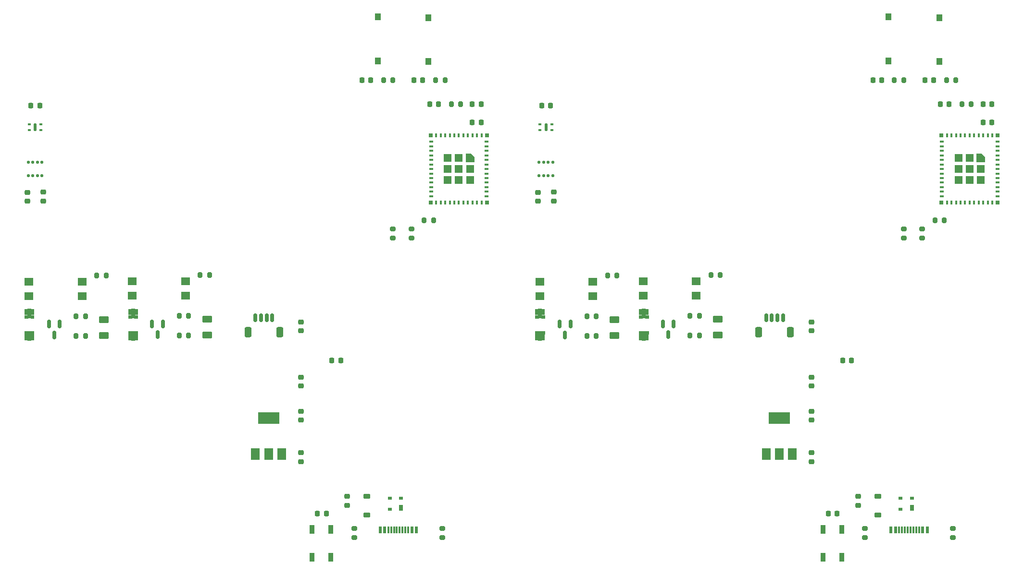
<source format=gbr>
%TF.GenerationSoftware,KiCad,Pcbnew,(7.0.0-0)*%
%TF.CreationDate,2023-04-23T09:32:57-04:00*%
%TF.ProjectId,KwartzLab-SensorBoard-Rev3-Panel,4b776172-747a-44c6-9162-2d53656e736f,3*%
%TF.SameCoordinates,Original*%
%TF.FileFunction,Paste,Top*%
%TF.FilePolarity,Positive*%
%FSLAX46Y46*%
G04 Gerber Fmt 4.6, Leading zero omitted, Abs format (unit mm)*
G04 Created by KiCad (PCBNEW (7.0.0-0)) date 2023-04-23 09:32:57*
%MOMM*%
%LPD*%
G01*
G04 APERTURE LIST*
G04 Aperture macros list*
%AMRoundRect*
0 Rectangle with rounded corners*
0 $1 Rounding radius*
0 $2 $3 $4 $5 $6 $7 $8 $9 X,Y pos of 4 corners*
0 Add a 4 corners polygon primitive as box body*
4,1,4,$2,$3,$4,$5,$6,$7,$8,$9,$2,$3,0*
0 Add four circle primitives for the rounded corners*
1,1,$1+$1,$2,$3*
1,1,$1+$1,$4,$5*
1,1,$1+$1,$6,$7*
1,1,$1+$1,$8,$9*
0 Add four rect primitives between the rounded corners*
20,1,$1+$1,$2,$3,$4,$5,0*
20,1,$1+$1,$4,$5,$6,$7,0*
20,1,$1+$1,$6,$7,$8,$9,0*
20,1,$1+$1,$8,$9,$2,$3,0*%
%AMFreePoly0*
4,1,21,0.800354,0.825354,0.800500,0.825000,0.800500,0.300000,0.825000,0.300000,0.825000,-0.300000,0.800500,-0.300000,0.800500,-0.825000,0.800354,-0.825354,0.800000,-0.825500,-0.290000,-0.825500,-0.290354,-0.825354,-0.290500,-0.825000,-0.290500,-0.300000,-0.825000,-0.300000,-0.825000,0.300000,-0.290500,0.300000,-0.290500,0.825000,-0.290354,0.825354,-0.290000,0.825500,0.800000,0.825500,
0.800354,0.825354,0.800354,0.825354,$1*%
%AMFreePoly1*
4,1,21,0.300354,0.825354,0.300500,0.825000,0.300500,0.300000,0.825000,0.300000,0.825000,-0.300000,0.300500,-0.300000,0.300500,-0.825000,0.300354,-0.825354,0.300000,-0.825500,-0.800000,-0.825500,-0.800354,-0.825354,-0.800500,-0.825000,-0.800500,-0.300000,-0.825000,-0.300000,-0.825000,0.300000,-0.800500,0.300000,-0.800500,0.825000,-0.800354,0.825354,-0.800000,0.825500,0.300000,0.825500,
0.300354,0.825354,0.300354,0.825354,$1*%
%AMFreePoly2*
4,1,6,0.725000,-0.725000,-0.725000,-0.725000,-0.725000,0.125000,-0.125000,0.725000,0.725000,0.725000,0.725000,-0.725000,0.725000,-0.725000,$1*%
G04 Aperture macros list end*
%ADD10C,0.010000*%
%ADD11RoundRect,0.225000X-0.250000X0.225000X-0.250000X-0.225000X0.250000X-0.225000X0.250000X0.225000X0*%
%ADD12RoundRect,0.200000X0.200000X0.275000X-0.200000X0.275000X-0.200000X-0.275000X0.200000X-0.275000X0*%
%ADD13RoundRect,0.225000X-0.225000X-0.250000X0.225000X-0.250000X0.225000X0.250000X-0.225000X0.250000X0*%
%ADD14RoundRect,0.150000X-0.150000X0.587500X-0.150000X-0.587500X0.150000X-0.587500X0.150000X0.587500X0*%
%ADD15RoundRect,0.200000X-0.200000X-0.275000X0.200000X-0.275000X0.200000X0.275000X-0.200000X0.275000X0*%
%ADD16FreePoly0,90.000000*%
%ADD17RoundRect,0.225000X0.250000X-0.225000X0.250000X0.225000X-0.250000X0.225000X-0.250000X-0.225000X0*%
%ADD18R,0.700000X1.000000*%
%ADD19R,0.700000X0.600000*%
%ADD20RoundRect,0.250000X-0.625000X0.375000X-0.625000X-0.375000X0.625000X-0.375000X0.625000X0.375000X0*%
%ADD21R,1.500000X2.000000*%
%ADD22R,3.800000X2.000000*%
%ADD23RoundRect,0.087500X-0.187500X-0.087500X0.187500X-0.087500X0.187500X0.087500X-0.187500X0.087500X0*%
%ADD24RoundRect,0.125000X-0.125000X-0.575000X0.125000X-0.575000X0.125000X0.575000X-0.125000X0.575000X0*%
%ADD25RoundRect,0.087500X0.187500X0.087500X-0.187500X0.087500X-0.187500X-0.087500X0.187500X-0.087500X0*%
%ADD26RoundRect,0.200000X-0.275000X0.200000X-0.275000X-0.200000X0.275000X-0.200000X0.275000X0.200000X0*%
%ADD27R,0.600000X1.150000*%
%ADD28R,0.300000X1.150000*%
%ADD29RoundRect,0.125000X-0.125000X-0.137500X0.125000X-0.137500X0.125000X0.137500X-0.125000X0.137500X0*%
%ADD30FreePoly1,90.000000*%
%ADD31R,1.600000X1.400000*%
%ADD32RoundRect,0.150000X0.150000X0.625000X-0.150000X0.625000X-0.150000X-0.625000X0.150000X-0.625000X0*%
%ADD33RoundRect,0.250000X0.350000X0.650000X-0.350000X0.650000X-0.350000X-0.650000X0.350000X-0.650000X0*%
%ADD34RoundRect,0.225000X-0.375000X0.225000X-0.375000X-0.225000X0.375000X-0.225000X0.375000X0.225000X0*%
%ADD35R,1.000000X1.250000*%
%ADD36R,0.900000X1.500000*%
%ADD37RoundRect,0.225000X0.225000X0.250000X-0.225000X0.250000X-0.225000X-0.250000X0.225000X-0.250000X0*%
%ADD38R,0.400000X0.800000*%
%ADD39R,0.800000X0.400000*%
%ADD40FreePoly2,270.000000*%
%ADD41R,1.450000X1.450000*%
%ADD42R,0.700000X0.700000*%
G04 APERTURE END LIST*
%TO.C,D7*%
G36*
X71769806Y-82262000D02*
G01*
X71194806Y-82262000D01*
X71194806Y-81762000D01*
X71769806Y-81762000D01*
X71769806Y-82262000D01*
G37*
D10*
X71769806Y-82262000D02*
X71194806Y-82262000D01*
X71194806Y-81762000D01*
X71769806Y-81762000D01*
X71769806Y-82262000D01*
G36*
X70694806Y-82262000D02*
G01*
X70119806Y-82262000D01*
X70119806Y-81762000D01*
X70694806Y-81762000D01*
X70694806Y-82262000D01*
G37*
X70694806Y-82262000D02*
X70119806Y-82262000D01*
X70119806Y-81762000D01*
X70694806Y-81762000D01*
X70694806Y-82262000D01*
G36*
X70694806Y-82262000D02*
G01*
X70119806Y-82262000D01*
X70119806Y-81762000D01*
X70694806Y-81762000D01*
X70694806Y-82262000D01*
G37*
X70694806Y-82262000D02*
X70119806Y-82262000D01*
X70119806Y-81762000D01*
X70694806Y-81762000D01*
X70694806Y-82262000D01*
G36*
X71769806Y-85062000D02*
G01*
X71194806Y-85062000D01*
X71194806Y-84562000D01*
X71769806Y-84562000D01*
X71769806Y-85062000D01*
G37*
X71769806Y-85062000D02*
X71194806Y-85062000D01*
X71194806Y-84562000D01*
X71769806Y-84562000D01*
X71769806Y-85062000D01*
G36*
X71769806Y-85062000D02*
G01*
X71194806Y-85062000D01*
X71194806Y-84562000D01*
X71769806Y-84562000D01*
X71769806Y-85062000D01*
G37*
X71769806Y-85062000D02*
X71194806Y-85062000D01*
X71194806Y-84562000D01*
X71769806Y-84562000D01*
X71769806Y-85062000D01*
G36*
X70694806Y-85062000D02*
G01*
X70119806Y-85062000D01*
X70119806Y-84562000D01*
X70694806Y-84562000D01*
X70694806Y-85062000D01*
G37*
X70694806Y-85062000D02*
X70119806Y-85062000D01*
X70119806Y-84562000D01*
X70694806Y-84562000D01*
X70694806Y-85062000D01*
G36*
X161726994Y-82262000D02*
G01*
X161151994Y-82262000D01*
X161151994Y-81762000D01*
X161726994Y-81762000D01*
X161726994Y-82262000D01*
G37*
X161726994Y-82262000D02*
X161151994Y-82262000D01*
X161151994Y-81762000D01*
X161726994Y-81762000D01*
X161726994Y-82262000D01*
G36*
X160651994Y-82262000D02*
G01*
X160076994Y-82262000D01*
X160076994Y-81762000D01*
X160651994Y-81762000D01*
X160651994Y-82262000D01*
G37*
X160651994Y-82262000D02*
X160076994Y-82262000D01*
X160076994Y-81762000D01*
X160651994Y-81762000D01*
X160651994Y-82262000D01*
G36*
X160651994Y-82262000D02*
G01*
X160076994Y-82262000D01*
X160076994Y-81762000D01*
X160651994Y-81762000D01*
X160651994Y-82262000D01*
G37*
X160651994Y-82262000D02*
X160076994Y-82262000D01*
X160076994Y-81762000D01*
X160651994Y-81762000D01*
X160651994Y-82262000D01*
G36*
X161726994Y-85062000D02*
G01*
X161151994Y-85062000D01*
X161151994Y-84562000D01*
X161726994Y-84562000D01*
X161726994Y-85062000D01*
G37*
X161726994Y-85062000D02*
X161151994Y-85062000D01*
X161151994Y-84562000D01*
X161726994Y-84562000D01*
X161726994Y-85062000D01*
G36*
X161726994Y-85062000D02*
G01*
X161151994Y-85062000D01*
X161151994Y-84562000D01*
X161726994Y-84562000D01*
X161726994Y-85062000D01*
G37*
X161726994Y-85062000D02*
X161151994Y-85062000D01*
X161151994Y-84562000D01*
X161726994Y-84562000D01*
X161726994Y-85062000D01*
G36*
X160651994Y-85062000D02*
G01*
X160076994Y-85062000D01*
X160076994Y-84562000D01*
X160651994Y-84562000D01*
X160651994Y-85062000D01*
G37*
X160651994Y-85062000D02*
X160076994Y-85062000D01*
X160076994Y-84562000D01*
X160651994Y-84562000D01*
X160651994Y-85062000D01*
%TO.C,D6*%
G36*
X143454994Y-82262000D02*
G01*
X142879994Y-82262000D01*
X142879994Y-81762000D01*
X143454994Y-81762000D01*
X143454994Y-82262000D01*
G37*
X143454994Y-82262000D02*
X142879994Y-82262000D01*
X142879994Y-81762000D01*
X143454994Y-81762000D01*
X143454994Y-82262000D01*
G36*
X142379994Y-82262000D02*
G01*
X141804994Y-82262000D01*
X141804994Y-81762000D01*
X142379994Y-81762000D01*
X142379994Y-82262000D01*
G37*
X142379994Y-82262000D02*
X141804994Y-82262000D01*
X141804994Y-81762000D01*
X142379994Y-81762000D01*
X142379994Y-82262000D01*
G36*
X142379994Y-82262000D02*
G01*
X141804994Y-82262000D01*
X141804994Y-81762000D01*
X142379994Y-81762000D01*
X142379994Y-82262000D01*
G37*
X142379994Y-82262000D02*
X141804994Y-82262000D01*
X141804994Y-81762000D01*
X142379994Y-81762000D01*
X142379994Y-82262000D01*
G36*
X143454994Y-85062000D02*
G01*
X142879994Y-85062000D01*
X142879994Y-84562000D01*
X143454994Y-84562000D01*
X143454994Y-85062000D01*
G37*
X143454994Y-85062000D02*
X142879994Y-85062000D01*
X142879994Y-84562000D01*
X143454994Y-84562000D01*
X143454994Y-85062000D01*
G36*
X143454994Y-85062000D02*
G01*
X142879994Y-85062000D01*
X142879994Y-84562000D01*
X143454994Y-84562000D01*
X143454994Y-85062000D01*
G37*
X143454994Y-85062000D02*
X142879994Y-85062000D01*
X142879994Y-84562000D01*
X143454994Y-84562000D01*
X143454994Y-85062000D01*
G36*
X142379994Y-85062000D02*
G01*
X141804994Y-85062000D01*
X141804994Y-84562000D01*
X142379994Y-84562000D01*
X142379994Y-85062000D01*
G37*
X142379994Y-85062000D02*
X141804994Y-85062000D01*
X141804994Y-84562000D01*
X142379994Y-84562000D01*
X142379994Y-85062000D01*
G36*
X53497806Y-82262000D02*
G01*
X52922806Y-82262000D01*
X52922806Y-81762000D01*
X53497806Y-81762000D01*
X53497806Y-82262000D01*
G37*
X53497806Y-82262000D02*
X52922806Y-82262000D01*
X52922806Y-81762000D01*
X53497806Y-81762000D01*
X53497806Y-82262000D01*
G36*
X52422806Y-82262000D02*
G01*
X51847806Y-82262000D01*
X51847806Y-81762000D01*
X52422806Y-81762000D01*
X52422806Y-82262000D01*
G37*
X52422806Y-82262000D02*
X51847806Y-82262000D01*
X51847806Y-81762000D01*
X52422806Y-81762000D01*
X52422806Y-82262000D01*
G36*
X52422806Y-82262000D02*
G01*
X51847806Y-82262000D01*
X51847806Y-81762000D01*
X52422806Y-81762000D01*
X52422806Y-82262000D01*
G37*
X52422806Y-82262000D02*
X51847806Y-82262000D01*
X51847806Y-81762000D01*
X52422806Y-81762000D01*
X52422806Y-82262000D01*
G36*
X53497806Y-85062000D02*
G01*
X52922806Y-85062000D01*
X52922806Y-84562000D01*
X53497806Y-84562000D01*
X53497806Y-85062000D01*
G37*
X53497806Y-85062000D02*
X52922806Y-85062000D01*
X52922806Y-84562000D01*
X53497806Y-84562000D01*
X53497806Y-85062000D01*
G36*
X53497806Y-85062000D02*
G01*
X52922806Y-85062000D01*
X52922806Y-84562000D01*
X53497806Y-84562000D01*
X53497806Y-85062000D01*
G37*
X53497806Y-85062000D02*
X52922806Y-85062000D01*
X52922806Y-84562000D01*
X53497806Y-84562000D01*
X53497806Y-85062000D01*
G36*
X52422806Y-85062000D02*
G01*
X51847806Y-85062000D01*
X51847806Y-84562000D01*
X52422806Y-84562000D01*
X52422806Y-85062000D01*
G37*
X52422806Y-85062000D02*
X51847806Y-85062000D01*
X51847806Y-84562000D01*
X52422806Y-84562000D01*
X52422806Y-85062000D01*
%TD*%
D11*
%TO.C,C12*%
X142277752Y-60050000D03*
X142277752Y-61600000D03*
%TD*%
%TO.C,C12*%
X52320564Y-60050000D03*
X52320564Y-61600000D03*
%TD*%
D12*
%TO.C,R3*%
X128642806Y-44500000D03*
X126992806Y-44500000D03*
%TD*%
%TO.C,R3*%
X218599994Y-44500000D03*
X216949994Y-44500000D03*
%TD*%
D13*
%TO.C,C9*%
X193399994Y-116750000D03*
X194949994Y-116750000D03*
%TD*%
%TO.C,C9*%
X103442806Y-116750000D03*
X104992806Y-116750000D03*
%TD*%
D11*
%TO.C,C11*%
X145107752Y-60040000D03*
X145107752Y-61590000D03*
%TD*%
%TO.C,C11*%
X55150564Y-60040000D03*
X55150564Y-61590000D03*
%TD*%
D14*
%TO.C,Q1*%
X58032806Y-83325000D03*
X56132806Y-83325000D03*
X57082806Y-85200000D03*
%TD*%
%TO.C,Q1*%
X147989994Y-83325000D03*
X146089994Y-83325000D03*
X147039994Y-85200000D03*
%TD*%
D15*
%TO.C,R6*%
X115092806Y-40250000D03*
X116742806Y-40250000D03*
%TD*%
%TO.C,R6*%
X205049994Y-40250000D03*
X206699994Y-40250000D03*
%TD*%
D16*
%TO.C,*%
X52672806Y-81462000D03*
%TD*%
%TO.C,*%
X142629994Y-81462000D03*
%TD*%
D17*
%TO.C,C4*%
X100492806Y-107550000D03*
X100492806Y-106000000D03*
%TD*%
%TO.C,C4*%
X190449994Y-107550000D03*
X190449994Y-106000000D03*
%TD*%
D18*
%TO.C,D1*%
X118172805Y-115749999D03*
D19*
X118172805Y-114049999D03*
X116172805Y-114049999D03*
X116172805Y-115949999D03*
%TD*%
D18*
%TO.C,D1*%
X208129993Y-115749999D03*
D19*
X208129993Y-114049999D03*
X206129993Y-114049999D03*
X206129993Y-115949999D03*
%TD*%
D20*
%TO.C,D5*%
X83992806Y-82442500D03*
X83992806Y-85242500D03*
%TD*%
%TO.C,D5*%
X173949994Y-82442500D03*
X173949994Y-85242500D03*
%TD*%
D21*
%TO.C,U2*%
X92532805Y-106199999D03*
X94832805Y-106199999D03*
D22*
X94832805Y-99899999D03*
D21*
X97132805Y-106199999D03*
%TD*%
%TO.C,U2*%
X182489993Y-106199999D03*
X184789993Y-106199999D03*
D22*
X184789993Y-99899999D03*
D21*
X187089993Y-106199999D03*
%TD*%
D12*
%TO.C,R8*%
X156199994Y-74710000D03*
X154549994Y-74710000D03*
%TD*%
%TO.C,R8*%
X66242806Y-74710000D03*
X64592806Y-74710000D03*
%TD*%
%TO.C,R9*%
X174389994Y-74650000D03*
X172739994Y-74650000D03*
%TD*%
%TO.C,R9*%
X84432806Y-74650000D03*
X82782806Y-74650000D03*
%TD*%
D23*
%TO.C,U3*%
X142649994Y-48103517D03*
X142649994Y-49103517D03*
D24*
X143674994Y-48603517D03*
D25*
X144699994Y-48103517D03*
X144699994Y-49103517D03*
%TD*%
D23*
%TO.C,U3*%
X52692806Y-48103517D03*
X52692806Y-49103517D03*
D24*
X53717806Y-48603517D03*
D25*
X54742806Y-48103517D03*
X54742806Y-49103517D03*
%TD*%
D12*
%TO.C,R11*%
X152529994Y-81890000D03*
X150879994Y-81890000D03*
%TD*%
%TO.C,R11*%
X62572806Y-81890000D03*
X60922806Y-81890000D03*
%TD*%
D26*
%TO.C,R2*%
X116742806Y-66500000D03*
X116742806Y-68150000D03*
%TD*%
%TO.C,R2*%
X206699994Y-66500000D03*
X206699994Y-68150000D03*
%TD*%
D27*
%TO.C,J2*%
X114472805Y-119644999D03*
X115272805Y-119644999D03*
D28*
X116422805Y-119644999D03*
X117422805Y-119644999D03*
X117922805Y-119644999D03*
X118922805Y-119644999D03*
D27*
X120072805Y-119644999D03*
X120872805Y-119644999D03*
X120872805Y-119644999D03*
X120072805Y-119644999D03*
D28*
X119422805Y-119644999D03*
X118422805Y-119644999D03*
X116922805Y-119644999D03*
X115922805Y-119644999D03*
D27*
X115272805Y-119644999D03*
X114472805Y-119644999D03*
%TD*%
%TO.C,J2*%
X204429993Y-119644999D03*
X205229993Y-119644999D03*
D28*
X206379993Y-119644999D03*
X207379993Y-119644999D03*
X207879993Y-119644999D03*
X208879993Y-119644999D03*
D27*
X210029993Y-119644999D03*
X210829993Y-119644999D03*
X210829993Y-119644999D03*
X210029993Y-119644999D03*
D28*
X209379993Y-119644999D03*
X208379993Y-119644999D03*
X206879993Y-119644999D03*
X205879993Y-119644999D03*
D27*
X205229993Y-119644999D03*
X204429993Y-119644999D03*
%TD*%
D11*
%TO.C,C6*%
X108672806Y-113700000D03*
X108672806Y-115250000D03*
%TD*%
%TO.C,C6*%
X198629994Y-113700000D03*
X198629994Y-115250000D03*
%TD*%
D20*
%TO.C,D4*%
X65802806Y-82502500D03*
X65802806Y-85302500D03*
%TD*%
%TO.C,D4*%
X155759994Y-82502500D03*
X155759994Y-85302500D03*
%TD*%
D29*
%TO.C,U4*%
X52525287Y-54771868D03*
X53325287Y-54771868D03*
X54125287Y-54771868D03*
X54925287Y-54771868D03*
X54925287Y-57146868D03*
X54125287Y-57146868D03*
X53325287Y-57146868D03*
X52525287Y-57146868D03*
%TD*%
%TO.C,U4*%
X142482475Y-54771868D03*
X143282475Y-54771868D03*
X144082475Y-54771868D03*
X144882475Y-54771868D03*
X144882475Y-57146868D03*
X144082475Y-57146868D03*
X143282475Y-57146868D03*
X142482475Y-57146868D03*
%TD*%
D13*
%TO.C,C3*%
X130692806Y-44500000D03*
X132242806Y-44500000D03*
%TD*%
%TO.C,C3*%
X220649994Y-44500000D03*
X222199994Y-44500000D03*
%TD*%
D16*
%TO.C,D7*%
X70944806Y-81462000D03*
D30*
X70944806Y-85362000D03*
%TD*%
D16*
%TO.C,D7*%
X160901994Y-81462000D03*
D30*
X160901994Y-85362000D03*
%TD*%
D12*
%TO.C,R12*%
X80762806Y-85330000D03*
X79112806Y-85330000D03*
%TD*%
%TO.C,R12*%
X170719994Y-85330000D03*
X169069994Y-85330000D03*
%TD*%
D31*
%TO.C,OC2*%
X70832805Y-75769999D03*
X70832805Y-78309999D03*
X80192805Y-78309999D03*
X80192805Y-75769999D03*
%TD*%
%TO.C,OC2*%
X160789993Y-75769999D03*
X160789993Y-78309999D03*
X170149993Y-78309999D03*
X170149993Y-75769999D03*
%TD*%
%TO.C,OC1*%
X142584993Y-75864999D03*
X142584993Y-78404999D03*
X151944993Y-78404999D03*
X151944993Y-75864999D03*
%TD*%
%TO.C,OC1*%
X52627805Y-75864999D03*
X52627805Y-78404999D03*
X61987805Y-78404999D03*
X61987805Y-75864999D03*
%TD*%
D15*
%TO.C,R14*%
X122242806Y-64990000D03*
X123892806Y-64990000D03*
%TD*%
%TO.C,R14*%
X212199994Y-64990000D03*
X213849994Y-64990000D03*
%TD*%
D13*
%TO.C,C8*%
X210399994Y-40250000D03*
X211949994Y-40250000D03*
%TD*%
%TO.C,C8*%
X120442806Y-40250000D03*
X121992806Y-40250000D03*
%TD*%
D32*
%TO.C,J7*%
X95492806Y-82225000D03*
X94492806Y-82225000D03*
X93492806Y-82225000D03*
X92492806Y-82225000D03*
D33*
X96792806Y-84750000D03*
X91192806Y-84750000D03*
%TD*%
D32*
%TO.C,J7*%
X185449994Y-82225000D03*
X184449994Y-82225000D03*
X183449994Y-82225000D03*
X182449994Y-82225000D03*
D33*
X186749994Y-84750000D03*
X181149994Y-84750000D03*
%TD*%
D13*
%TO.C,C1*%
X123192806Y-44500000D03*
X124742806Y-44500000D03*
%TD*%
%TO.C,C1*%
X213149994Y-44500000D03*
X214699994Y-44500000D03*
%TD*%
D12*
%TO.C,R10*%
X62572806Y-85390000D03*
X60922806Y-85390000D03*
%TD*%
%TO.C,R10*%
X152529994Y-85390000D03*
X150879994Y-85390000D03*
%TD*%
D34*
%TO.C,D2*%
X202129994Y-113700000D03*
X202129994Y-117000000D03*
%TD*%
%TO.C,D2*%
X112172806Y-113700000D03*
X112172806Y-117000000D03*
%TD*%
D15*
%TO.C,R7*%
X214199994Y-40250000D03*
X215849994Y-40250000D03*
%TD*%
%TO.C,R7*%
X124242806Y-40250000D03*
X125892806Y-40250000D03*
%TD*%
D17*
%TO.C,C5*%
X190449994Y-100250000D03*
X190449994Y-98700000D03*
%TD*%
%TO.C,C5*%
X100492806Y-100250000D03*
X100492806Y-98700000D03*
%TD*%
D35*
%TO.C,SW2*%
X122992805Y-29249999D03*
X122992805Y-36999999D03*
%TD*%
%TO.C,SW2*%
X212949993Y-29249999D03*
X212949993Y-36999999D03*
%TD*%
D16*
%TO.C,D6*%
X142629994Y-81462000D03*
D30*
X142629994Y-85362000D03*
%TD*%
D16*
%TO.C,D6*%
X52672806Y-81462000D03*
D30*
X52672806Y-85362000D03*
%TD*%
D26*
%TO.C,R5*%
X215379994Y-119350000D03*
X215379994Y-121000000D03*
%TD*%
%TO.C,R5*%
X125422806Y-119350000D03*
X125422806Y-121000000D03*
%TD*%
D17*
%TO.C,C13*%
X190449994Y-94250000D03*
X190449994Y-92700000D03*
%TD*%
%TO.C,C13*%
X100492806Y-94250000D03*
X100492806Y-92700000D03*
%TD*%
D36*
%TO.C,D3*%
X102492805Y-124399999D03*
X105792805Y-124399999D03*
X105792805Y-119499999D03*
X102492805Y-119499999D03*
%TD*%
%TO.C,D3*%
X192449993Y-124399999D03*
X195749993Y-124399999D03*
X195749993Y-119499999D03*
X192449993Y-119499999D03*
%TD*%
D17*
%TO.C,C15*%
X100492806Y-84500000D03*
X100492806Y-82950000D03*
%TD*%
%TO.C,C15*%
X190449994Y-84500000D03*
X190449994Y-82950000D03*
%TD*%
D13*
%TO.C,C10*%
X52992806Y-44791017D03*
X54542806Y-44791017D03*
%TD*%
%TO.C,C10*%
X142949994Y-44791017D03*
X144499994Y-44791017D03*
%TD*%
D26*
%TO.C,R1*%
X119992806Y-66500000D03*
X119992806Y-68150000D03*
%TD*%
%TO.C,R1*%
X209949994Y-66500000D03*
X209949994Y-68150000D03*
%TD*%
D37*
%TO.C,C14*%
X197499994Y-89750000D03*
X195949994Y-89750000D03*
%TD*%
%TO.C,C14*%
X107542806Y-89750000D03*
X105992806Y-89750000D03*
%TD*%
D13*
%TO.C,C2*%
X130692806Y-47750000D03*
X132242806Y-47750000D03*
%TD*%
%TO.C,C2*%
X220649994Y-47750000D03*
X222199994Y-47750000D03*
%TD*%
D26*
%TO.C,R4*%
X109922806Y-119350000D03*
X109922806Y-121000000D03*
%TD*%
%TO.C,R4*%
X199879994Y-119350000D03*
X199879994Y-121000000D03*
%TD*%
D38*
%TO.C,U1*%
X132342805Y-50049999D03*
X131542805Y-50049999D03*
X130742805Y-50049999D03*
X129942805Y-50049999D03*
X129142805Y-50049999D03*
X128342805Y-50049999D03*
X127542805Y-50049999D03*
X126742805Y-50049999D03*
X125942805Y-50049999D03*
X125142805Y-50049999D03*
X124342805Y-50049999D03*
D39*
X123442805Y-51149999D03*
X123442805Y-51949999D03*
X123442805Y-52749999D03*
X123442805Y-53549999D03*
X123442805Y-54349999D03*
X123442805Y-55149999D03*
X123442805Y-55949999D03*
X123442805Y-56749999D03*
X123442805Y-57549999D03*
X123442805Y-58349999D03*
X123442805Y-59149999D03*
X123442805Y-59949999D03*
X123442805Y-60749999D03*
D38*
X124342805Y-61849999D03*
X125142805Y-61849999D03*
X125942805Y-61849999D03*
X126742805Y-61849999D03*
X127542805Y-61849999D03*
X128342805Y-61849999D03*
X129142805Y-61849999D03*
X129942805Y-61849999D03*
X130742805Y-61849999D03*
X131542805Y-61849999D03*
X132342805Y-61849999D03*
D39*
X133242805Y-60749999D03*
X133242805Y-59949999D03*
X133242805Y-59149999D03*
X133242805Y-58349999D03*
X133242805Y-57549999D03*
X133242805Y-56749999D03*
X133242805Y-55949999D03*
X133242805Y-55149999D03*
X133242805Y-54349999D03*
X133242805Y-53549999D03*
X133242805Y-52749999D03*
X133242805Y-51949999D03*
X133242805Y-51149999D03*
D40*
X130317806Y-53975000D03*
D41*
X128342805Y-53974999D03*
X126367805Y-53974999D03*
X130317805Y-55949999D03*
X128342805Y-55949999D03*
X126367805Y-55949999D03*
X130317805Y-57924999D03*
X128342805Y-57924999D03*
X126367805Y-57924999D03*
D42*
X133292805Y-61899999D03*
X123392805Y-61899999D03*
X123392805Y-49999999D03*
X133292805Y-49999999D03*
%TD*%
D38*
%TO.C,U1*%
X222299993Y-50049999D03*
X221499993Y-50049999D03*
X220699993Y-50049999D03*
X219899993Y-50049999D03*
X219099993Y-50049999D03*
X218299993Y-50049999D03*
X217499993Y-50049999D03*
X216699993Y-50049999D03*
X215899993Y-50049999D03*
X215099993Y-50049999D03*
X214299993Y-50049999D03*
D39*
X213399993Y-51149999D03*
X213399993Y-51949999D03*
X213399993Y-52749999D03*
X213399993Y-53549999D03*
X213399993Y-54349999D03*
X213399993Y-55149999D03*
X213399993Y-55949999D03*
X213399993Y-56749999D03*
X213399993Y-57549999D03*
X213399993Y-58349999D03*
X213399993Y-59149999D03*
X213399993Y-59949999D03*
X213399993Y-60749999D03*
D38*
X214299993Y-61849999D03*
X215099993Y-61849999D03*
X215899993Y-61849999D03*
X216699993Y-61849999D03*
X217499993Y-61849999D03*
X218299993Y-61849999D03*
X219099993Y-61849999D03*
X219899993Y-61849999D03*
X220699993Y-61849999D03*
X221499993Y-61849999D03*
X222299993Y-61849999D03*
D39*
X223199993Y-60749999D03*
X223199993Y-59949999D03*
X223199993Y-59149999D03*
X223199993Y-58349999D03*
X223199993Y-57549999D03*
X223199993Y-56749999D03*
X223199993Y-55949999D03*
X223199993Y-55149999D03*
X223199993Y-54349999D03*
X223199993Y-53549999D03*
X223199993Y-52749999D03*
X223199993Y-51949999D03*
X223199993Y-51149999D03*
D40*
X220274994Y-53975000D03*
D41*
X218299993Y-53974999D03*
X216324993Y-53974999D03*
X220274993Y-55949999D03*
X218299993Y-55949999D03*
X216324993Y-55949999D03*
X220274993Y-57924999D03*
X218299993Y-57924999D03*
X216324993Y-57924999D03*
D42*
X223249993Y-61899999D03*
X213349993Y-61899999D03*
X213349993Y-49999999D03*
X223249993Y-49999999D03*
%TD*%
D14*
%TO.C,Q2*%
X76222806Y-83265000D03*
X74322806Y-83265000D03*
X75272806Y-85140000D03*
%TD*%
%TO.C,Q2*%
X166179994Y-83265000D03*
X164279994Y-83265000D03*
X165229994Y-85140000D03*
%TD*%
D12*
%TO.C,R13*%
X170719994Y-81830000D03*
X169069994Y-81830000D03*
%TD*%
%TO.C,R13*%
X80762806Y-81830000D03*
X79112806Y-81830000D03*
%TD*%
D13*
%TO.C,C7*%
X201249994Y-40250000D03*
X202799994Y-40250000D03*
%TD*%
%TO.C,C7*%
X111292806Y-40250000D03*
X112842806Y-40250000D03*
%TD*%
D35*
%TO.C,SW1*%
X114042805Y-29124999D03*
X114042805Y-36874999D03*
%TD*%
%TO.C,SW1*%
X203999993Y-29124999D03*
X203999993Y-36874999D03*
%TD*%
M02*

</source>
